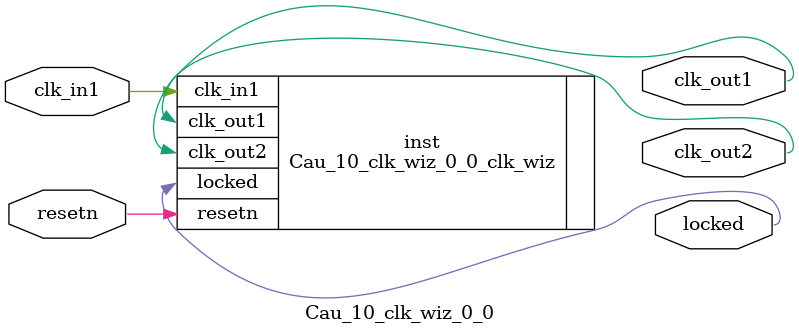
<source format=v>


`timescale 1ps/1ps

(* CORE_GENERATION_INFO = "Cau_10_clk_wiz_0_0,clk_wiz_v6_0_11_0_0,{component_name=Cau_10_clk_wiz_0_0,use_phase_alignment=true,use_min_o_jitter=false,use_max_i_jitter=false,use_dyn_phase_shift=false,use_inclk_switchover=false,use_dyn_reconfig=false,enable_axi=0,feedback_source=FDBK_AUTO,PRIMITIVE=MMCM,num_out_clk=2,clkin1_period=10.000,clkin2_period=10.000,use_power_down=false,use_reset=true,use_locked=true,use_inclk_stopped=false,feedback_type=SINGLE,CLOCK_MGR_TYPE=NA,manual_override=false}" *)

module Cau_10_clk_wiz_0_0 
 (
  // Clock out ports
  output        clk_out1,
  output        clk_out2,
  // Status and control signals
  input         resetn,
  output        locked,
 // Clock in ports
  input         clk_in1
 );

  Cau_10_clk_wiz_0_0_clk_wiz inst
  (
  // Clock out ports  
  .clk_out1(clk_out1),
  .clk_out2(clk_out2),
  // Status and control signals               
  .resetn(resetn), 
  .locked(locked),
 // Clock in ports
  .clk_in1(clk_in1)
  );

endmodule

</source>
